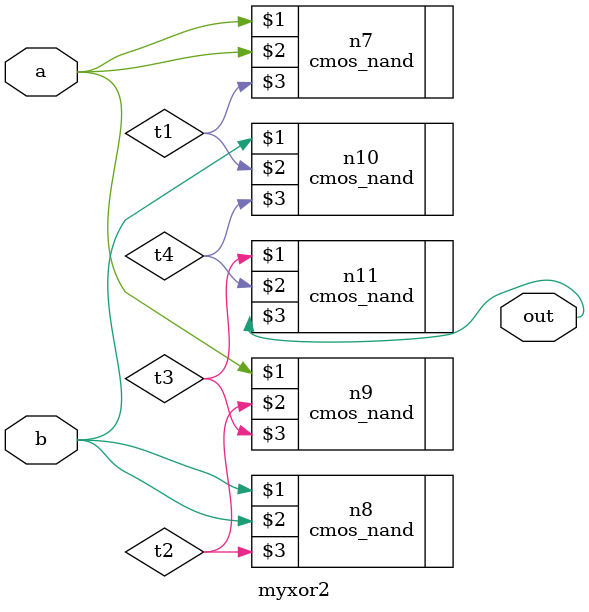
<source format=v>
`include "switch_level_modeling\cmos_nand.v"
module tran_full_adder(sum , cout, a, b, cin);
    input a, b, cin;
    output sum, cout;
    fa_sum SUM(sum , a, b, cin);
    fa_carry CARRY(cout, a, b, cin);
endmodule

module fa_carry(cout, a, b, cin);
    input a, b, cin;
    output cout;
    wire t1, t2, t3, t4, t5;
    cmos_nand n1(a, b, t1);
    cmos_nand n2(a, cin, t2);
    cmos_nand n3(b, cin, t3);
    cmos_nand n4(t1, t2, t4);
    cmos_nand n5(t4, t4, t5);
    cmos_nand n6(t5, t3, cout);
endmodule

module fa_sum(sum, a, b, cin);
    input a, b, cin;
    output sum;
    wire t1, t2;
    myxor2 x1(t1, a, b);
    myxor2 x2(sum, t1, cin);
endmodule

module myxor2(out, a, b);
    input a, b;
    output out;
    wire t1, t2, t3, t4;
    cmos_nand n7(a, a, t1);
    cmos_nand n8(b, b, t2);
    cmos_nand n9(a, t2, t3);
    cmos_nand n10(b, t1, t4);
    cmos_nand n11(t3, t4, out);
endmodule
</source>
